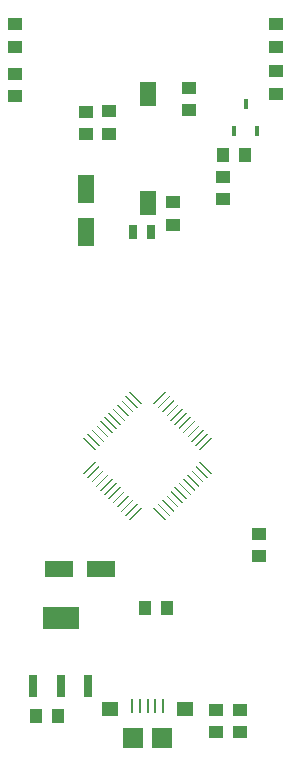
<source format=gbr>
G04 DipTrace 2.4.0.2*
%INTopPaste.gbr*%
%MOMM*%
%ADD26R,1.7X1.7*%
%ADD56R,3.05X1.95*%
%ADD58R,0.75X1.95*%
%ADD62R,1.4X2.0*%
%ADD64R,0.45X0.85*%
%ADD68R,0.8X1.15*%
%ADD74R,0.2X1.15*%
%ADD76R,1.4X1.2*%
%ADD84R,1.4X2.4*%
%ADD86R,1.3X1.1*%
%ADD88R,1.1X1.3*%
%ADD90R,2.4X1.4*%
%FSLAX53Y53*%
G04*
G71*
G90*
G75*
G01*
%LNTopPaste*%
%LPD*%
D90*
X9531Y15813D3*
X5931D3*
D86*
X22907Y18771D3*
Y16871D3*
D84*
X8232Y44351D3*
Y47951D3*
D86*
X10185Y52680D3*
Y54580D3*
X21260Y1981D3*
Y3881D3*
D88*
X13221Y12497D3*
X15121D3*
X5899Y3392D3*
X3999D3*
D86*
X2261Y60010D3*
Y61910D3*
X24308D3*
Y60010D3*
D26*
X14662Y1524D3*
X12262D3*
D76*
X10262Y3974D3*
X16662D3*
D74*
X12162Y4199D3*
X12812D3*
X13462D3*
X14112D3*
X14762D3*
D68*
X13761Y44328D3*
X12261D3*
D64*
X20816Y52867D3*
X22716D3*
X21766Y55167D3*
D86*
X15650Y46865D3*
Y44965D3*
X8204Y52629D3*
Y54529D3*
X19228Y3886D3*
Y1986D3*
X2200Y55826D3*
Y57726D3*
X24308Y56032D3*
Y57932D3*
X19831Y47112D3*
Y49012D3*
D88*
X21723Y50902D3*
X19823D3*
D86*
X16992Y56558D3*
Y54658D3*
D62*
X13462Y46787D3*
Y55987D3*
G36*
X18836Y26956D2*
X18907Y26885D1*
X17917Y25895D1*
X17846Y25966D1*
X18836Y26956D1*
G37*
G36*
X18482Y27309D2*
X18553Y27238D1*
X17563Y26249D1*
X17493Y26319D1*
X18482Y27309D1*
G37*
G36*
X18129Y27663D2*
X18200Y27592D1*
X17210Y26602D1*
X17139Y26673D1*
X18129Y27663D1*
G37*
G36*
X17775Y28016D2*
X17846Y27946D1*
X16856Y26956D1*
X16785Y27026D1*
X17775Y28016D1*
G37*
G36*
X17422Y28370D2*
X17493Y28299D1*
X16503Y27309D1*
X16432Y27380D1*
X17422Y28370D1*
G37*
G36*
X17068Y28723D2*
X17139Y28653D1*
X16149Y27663D1*
X16078Y27733D1*
X17068Y28723D1*
G37*
G36*
X16715Y29077D2*
X16785Y29006D1*
X15795Y28016D1*
X15725Y28087D1*
X16715Y29077D1*
G37*
G36*
X16361Y29431D2*
X16432Y29360D1*
X15442Y28370D1*
X15371Y28441D1*
X16361Y29431D1*
G37*
G36*
X16008Y29784D2*
X16078Y29713D1*
X15088Y28723D1*
X15018Y28794D1*
X16008Y29784D1*
G37*
G36*
X15654Y30138D2*
X15725Y30067D1*
X14735Y29077D1*
X14664Y29148D1*
X15654Y30138D1*
G37*
G36*
X15300Y30491D2*
X15371Y30420D1*
X14381Y29431D1*
X14311Y29501D1*
X15300Y30491D1*
G37*
G36*
X14947Y30845D2*
X15018Y30774D1*
X14028Y29784D1*
X13957Y29855D1*
X14947Y30845D1*
G37*
G36*
X11906Y30774D2*
X11977Y30845D1*
X12967Y29855D1*
X12896Y29784D1*
X11906Y30774D1*
G37*
G36*
X11553Y30420D2*
X11624Y30491D1*
X12613Y29501D1*
X12543Y29431D1*
X11553Y30420D1*
G37*
G36*
X11199Y30067D2*
X11270Y30138D1*
X12260Y29148D1*
X12189Y29077D1*
X11199Y30067D1*
G37*
G36*
X10846Y29713D2*
X10916Y29784D1*
X11906Y28794D1*
X11836Y28723D1*
X10846Y29713D1*
G37*
G36*
X10492Y29360D2*
X10563Y29431D1*
X11553Y28441D1*
X11482Y28370D1*
X10492Y29360D1*
G37*
G36*
X10139Y29006D2*
X10209Y29077D1*
X11199Y28087D1*
X11129Y28016D1*
X10139Y29006D1*
G37*
G36*
X9785Y28653D2*
X9856Y28723D1*
X10846Y27733D1*
X10775Y27663D1*
X9785Y28653D1*
G37*
G36*
X9431Y28299D2*
X9502Y28370D1*
X10492Y27380D1*
X10421Y27309D1*
X9431Y28299D1*
G37*
G36*
X9078Y27946D2*
X9149Y28016D1*
X10139Y27026D1*
X10068Y26956D1*
X9078Y27946D1*
G37*
G36*
X8724Y27592D2*
X8795Y27663D1*
X9785Y26673D1*
X9714Y26602D1*
X8724Y27592D1*
G37*
G36*
X8371Y27238D2*
X8442Y27309D1*
X9431Y26319D1*
X9361Y26249D1*
X8371Y27238D1*
G37*
G36*
X8017Y26885D2*
X8088Y26956D1*
X9078Y25966D1*
X9007Y25895D1*
X8017Y26885D1*
G37*
G36*
X9007Y24905D2*
X9078Y24834D1*
X8088Y23844D1*
X8017Y23915D1*
X9007Y24905D1*
G37*
G36*
X9361Y24551D2*
X9431Y24481D1*
X8442Y23491D1*
X8371Y23562D1*
X9361Y24551D1*
G37*
G36*
X9714Y24198D2*
X9785Y24127D1*
X8795Y23137D1*
X8724Y23208D1*
X9714Y24198D1*
G37*
G36*
X10068Y23844D2*
X10139Y23774D1*
X9149Y22784D1*
X9078Y22854D1*
X10068Y23844D1*
G37*
G36*
X10421Y23491D2*
X10492Y23420D1*
X9502Y22430D1*
X9431Y22501D1*
X10421Y23491D1*
G37*
G36*
X10775Y23137D2*
X10846Y23067D1*
X9856Y22077D1*
X9785Y22147D1*
X10775Y23137D1*
G37*
G36*
X11129Y22784D2*
X11199Y22713D1*
X10209Y21723D1*
X10139Y21794D1*
X11129Y22784D1*
G37*
G36*
X11482Y22430D2*
X11553Y22359D1*
X10563Y21369D1*
X10492Y21440D1*
X11482Y22430D1*
G37*
G36*
X11836Y22077D2*
X11906Y22006D1*
X10916Y21016D1*
X10846Y21087D1*
X11836Y22077D1*
G37*
G36*
X12189Y21723D2*
X12260Y21652D1*
X11270Y20662D1*
X11199Y20733D1*
X12189Y21723D1*
G37*
G36*
X12543Y21369D2*
X12613Y21299D1*
X11624Y20309D1*
X11553Y20380D1*
X12543Y21369D1*
G37*
G36*
X12896Y21016D2*
X12967Y20945D1*
X11977Y19955D1*
X11906Y20026D1*
X12896Y21016D1*
G37*
G36*
X13957Y20945D2*
X14028Y21016D1*
X15018Y20026D1*
X14947Y19955D1*
X13957Y20945D1*
G37*
G36*
X14311Y21299D2*
X14381Y21369D1*
X15371Y20380D1*
X15300Y20309D1*
X14311Y21299D1*
G37*
G36*
X14664Y21652D2*
X14735Y21723D1*
X15725Y20733D1*
X15654Y20662D1*
X14664Y21652D1*
G37*
G36*
X15018Y22006D2*
X15088Y22077D1*
X16078Y21087D1*
X16008Y21016D1*
X15018Y22006D1*
G37*
G36*
X15371Y22359D2*
X15442Y22430D1*
X16432Y21440D1*
X16361Y21369D1*
X15371Y22359D1*
G37*
G36*
X15725Y22713D2*
X15795Y22784D1*
X16785Y21794D1*
X16715Y21723D1*
X15725Y22713D1*
G37*
G36*
X16078Y23067D2*
X16149Y23137D1*
X17139Y22147D1*
X17068Y22077D1*
X16078Y23067D1*
G37*
G36*
X16432Y23420D2*
X16503Y23491D1*
X17493Y22501D1*
X17422Y22430D1*
X16432Y23420D1*
G37*
G36*
X16785Y23774D2*
X16856Y23844D1*
X17846Y22854D1*
X17775Y22784D1*
X16785Y23774D1*
G37*
G36*
X17139Y24127D2*
X17210Y24198D1*
X18200Y23208D1*
X18129Y23137D1*
X17139Y24127D1*
G37*
G36*
X17493Y24481D2*
X17563Y24551D1*
X18553Y23562D1*
X18482Y23491D1*
X17493Y24481D1*
G37*
G36*
X17846Y24834D2*
X17917Y24905D1*
X18907Y23915D1*
X18836Y23844D1*
X17846Y24834D1*
G37*
D58*
X3797Y5899D3*
X6097D3*
X8397D3*
D56*
X6097Y11699D3*
M02*

</source>
